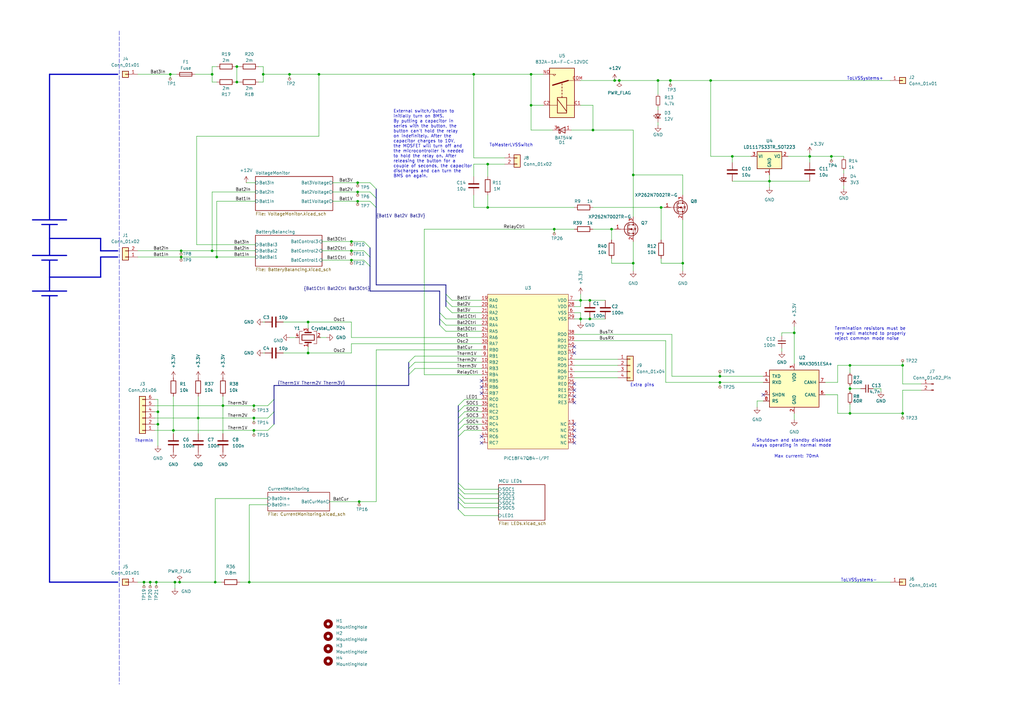
<source format=kicad_sch>
(kicad_sch (version 20230121) (generator eeschema)
  (paper "A3")
  (junction (at 295.275 156.845))
  (junction (at 104.14 176.53))
  (junction (at 325.755 136.525))
  (junction (at 146.685 82.55))
  (junction (at 144.145 102.87))
  (junction (at 88.9 105.41))
  (junction (at 144.145 99.06))
  (junction (at 126.365 132.08))
  (junction (at 91.44 166.37))
  (junction (at 348.615 169.545))
  (junction (at 274.955 33.02))
  (junction (at 254 33.02))
  (junction (at 146.685 74.93))
  (junction (at 241.935 123.19))
  (junction (at 71.12 176.53))
  (junction (at 104.14 171.45))
  (junction (at 370.205 149.86))
  (junction (at 269.875 33.02))
  (junction (at 250.825 93.98))
  (junction (at 97.155 27.305))
  (junction (at 74.295 102.87))
  (junction (at 315.595 74.295))
  (junction (at 300.355 64.135))
  (junction (at 241.935 130.81))
  (junction (at 97.155 33.655))
  (junction (at 81.28 171.45))
  (junction (at 59.055 238.76))
  (junction (at 146.685 78.74))
  (junction (at 147.32 205.74))
  (junction (at 259.715 107.95))
  (junction (at 64.135 238.76))
  (junction (at 259.715 71.755))
  (junction (at 107.95 30.48))
  (junction (at 71.755 238.76))
  (junction (at 144.145 106.68))
  (junction (at 217.805 43.18))
  (junction (at 332.105 64.135))
  (junction (at 271.145 85.09))
  (junction (at 370.205 169.545))
  (junction (at 69.85 30.48))
  (junction (at 348.615 149.86))
  (junction (at 238.125 130.81))
  (junction (at 291.465 33.02))
  (junction (at 118.745 30.48))
  (junction (at 238.125 123.19))
  (junction (at 200.025 67.31))
  (junction (at 348.615 159.385))
  (junction (at 130.81 30.48))
  (junction (at 102.235 238.76))
  (junction (at 252.095 33.02))
  (junction (at 340.995 64.135))
  (junction (at 74.295 105.41))
  (junction (at 86.995 30.48))
  (junction (at 104.14 166.37))
  (junction (at 86.995 102.87))
  (junction (at 217.805 30.48))
  (junction (at 61.595 238.76))
  (junction (at 227.33 93.98))
  (junction (at 64.77 173.99))
  (junction (at 280.035 107.95))
  (junction (at 88.265 238.76))
  (junction (at 64.77 168.91))
  (junction (at 200.025 85.09))
  (junction (at 243.205 53.34))
  (junction (at 194.31 30.48))
  (junction (at 73.66 238.76))
  (junction (at 126.365 144.78))
  (junction (at 295.275 154.305))
  (no_connect (at 235.585 162.56))
  (no_connect (at 197.485 158.75))
  (no_connect (at 235.585 165.1))
  (no_connect (at 197.485 181.61))
  (no_connect (at 197.485 179.07))
  (no_connect (at 235.585 142.24))
  (no_connect (at 235.585 179.07))
  (no_connect (at 235.585 181.61))
  (no_connect (at 197.485 156.21))
  (no_connect (at 235.585 176.53))
  (no_connect (at 235.585 157.48))
  (no_connect (at 235.585 173.99))
  (no_connect (at 313.055 161.925))
  (no_connect (at 197.485 161.29))
  (no_connect (at 235.585 144.78))
  (no_connect (at 235.585 160.02))
  (bus_entry (at 187.96 176.53) (size 2.54 -2.54))
  (bus_entry (at 180.34 133.35) (size 2.54 2.54))
  (bus_entry (at 151.765 78.74) (size 2.54 2.54))
  (bus_entry (at 187.96 179.07) (size 2.54 -2.54))
  (bus_entry (at 187.96 168.91) (size 2.54 -2.54))
  (bus_entry (at 182.88 120.65) (size 2.54 2.54))
  (bus_entry (at 187.96 198.12) (size 2.54 2.54))
  (bus_entry (at 187.96 203.835) (size 2.54 2.54))
  (bus_entry (at 149.225 106.68) (size 2.54 2.54))
  (bus_entry (at 149.225 99.06) (size 2.54 2.54))
  (bus_entry (at 151.765 82.55) (size 2.54 2.54))
  (bus_entry (at 109.855 176.53) (size 2.54 -2.54))
  (bus_entry (at 187.96 173.99) (size 2.54 -2.54))
  (bus_entry (at 180.34 128.27) (size 2.54 2.54))
  (bus_entry (at 187.96 208.915) (size 2.54 2.54))
  (bus_entry (at 180.34 130.81) (size 2.54 2.54))
  (bus_entry (at 149.225 102.87) (size 2.54 2.54))
  (bus_entry (at 109.855 166.37) (size 2.54 -2.54))
  (bus_entry (at 167.64 153.67) (size 2.54 -2.54))
  (bus_entry (at 187.96 205.74) (size 2.54 2.54))
  (bus_entry (at 187.96 201.93) (size 2.54 2.54))
  (bus_entry (at 167.64 151.13) (size 2.54 -2.54))
  (bus_entry (at 187.96 200.025) (size 2.54 2.54))
  (bus_entry (at 151.765 74.93) (size 2.54 2.54))
  (bus_entry (at 187.96 166.37) (size 2.54 -2.54))
  (bus_entry (at 167.64 148.59) (size 2.54 -2.54))
  (bus_entry (at 185.42 128.27) (size -2.54 -2.54))
  (bus_entry (at 187.96 171.45) (size 2.54 -2.54))
  (bus_entry (at 109.855 171.45) (size 2.54 -2.54))
  (bus_entry (at 185.42 125.73) (size -2.54 -2.54))
  (wire (pts (xy 91.44 166.37) (xy 104.14 166.37)))
  (wire (pts (xy 252.095 33.02) (xy 254 33.02)))
  (wire (pts (xy 238.125 120.65) (xy 238.125 123.19)))
  (wire (pts (xy 310.515 164.465) (xy 313.055 164.465)))
  (polyline (pts (xy 20.32 121.285) (xy 20.32 238.76)) (stroke (width 0.5)))
  (wire (pts (xy 109.855 204.47) (xy 88.265 204.47)))
  (wire (pts (xy 98.425 238.76) (xy 102.235 238.76)))
  (wire (pts (xy 132.08 99.06) (xy 144.145 99.06)))
  (wire (pts (xy 144.145 102.87) (xy 149.225 102.87)))
  (wire (pts (xy 104.14 171.45) (xy 104.14 173.355)))
  (wire (pts (xy 107.95 144.78) (xy 108.585 144.78)))
  (wire (pts (xy 133.985 138.43) (xy 131.445 138.43)))
  (wire (pts (xy 56.515 30.48) (xy 69.85 30.48)))
  (wire (pts (xy 343.535 161.925) (xy 343.535 169.545)))
  (wire (pts (xy 144.145 132.08) (xy 126.365 132.08)))
  (wire (pts (xy 88.265 204.47) (xy 88.265 238.76)))
  (wire (pts (xy 173.99 93.98) (xy 173.99 153.67)))
  (wire (pts (xy 300.355 74.295) (xy 315.595 74.295)))
  (wire (pts (xy 102.235 238.76) (xy 365.125 238.76)))
  (wire (pts (xy 109.855 207.01) (xy 102.235 207.01)))
  (wire (pts (xy 361.315 159.385) (xy 361.315 160.655)))
  (wire (pts (xy 269.875 50.165) (xy 269.875 51.435)))
  (wire (pts (xy 325.755 136.525) (xy 325.755 149.225)))
  (wire (pts (xy 275.59 154.305) (xy 295.275 154.305)))
  (wire (pts (xy 295.275 156.845) (xy 313.055 156.845)))
  (wire (pts (xy 320.675 137.795) (xy 320.675 136.525)))
  (polyline (pts (xy 13.335 104.775) (xy 27.305 104.775)) (stroke (width 0.5)))
  (wire (pts (xy 144.145 106.68) (xy 144.145 107.95)))
  (wire (pts (xy 340.995 64.135) (xy 340.995 66.04)))
  (wire (pts (xy 104.14 176.53) (xy 104.14 178.435)))
  (wire (pts (xy 194.31 30.48) (xy 217.805 30.48)))
  (bus (pts (xy 187.96 200.025) (xy 187.96 201.93)))
  (wire (pts (xy 190.5 166.37) (xy 197.485 166.37)))
  (wire (pts (xy 253.365 152.4) (xy 235.585 152.4)))
  (wire (pts (xy 130.81 30.48) (xy 194.31 30.48)))
  (wire (pts (xy 170.18 148.59) (xy 197.485 148.59)))
  (wire (pts (xy 235.585 139.7) (xy 273.05 139.7)))
  (wire (pts (xy 63.5 166.37) (xy 91.44 166.37)))
  (wire (pts (xy 81.28 162.56) (xy 81.28 171.45)))
  (wire (pts (xy 194.31 64.77) (xy 194.31 30.48)))
  (bus (pts (xy 180.34 119.38) (xy 180.34 128.27)))
  (wire (pts (xy 132.08 106.68) (xy 144.145 106.68)))
  (polyline (pts (xy 17.145 92.075) (xy 23.495 92.075)) (stroke (width 0.5)))
  (wire (pts (xy 241.935 123.19) (xy 248.285 123.19)))
  (bus (pts (xy 151.765 119.38) (xy 151.765 109.22)))
  (wire (pts (xy 64.77 173.99) (xy 64.77 182.88)))
  (wire (pts (xy 144.145 144.78) (xy 126.365 144.78)))
  (wire (pts (xy 190.5 202.565) (xy 204.47 202.565)))
  (wire (pts (xy 80.645 100.33) (xy 104.775 100.33)))
  (wire (pts (xy 144.145 138.43) (xy 197.485 138.43)))
  (wire (pts (xy 271.145 85.09) (xy 272.415 85.09)))
  (bus (pts (xy 182.88 116.84) (xy 182.88 120.65)))
  (wire (pts (xy 238.125 123.19) (xy 241.935 123.19)))
  (wire (pts (xy 97.155 27.305) (xy 97.155 33.655)))
  (wire (pts (xy 64.135 238.76) (xy 64.135 240.665)))
  (wire (pts (xy 200.025 80.01) (xy 200.025 85.09)))
  (wire (pts (xy 348.615 153.035) (xy 348.615 149.86)))
  (bus (pts (xy 167.64 148.59) (xy 167.64 151.13)))
  (wire (pts (xy 182.88 130.81) (xy 197.485 130.81)))
  (wire (pts (xy 64.77 168.91) (xy 64.77 173.99)))
  (bus (pts (xy 187.96 173.99) (xy 187.96 176.53)))
  (wire (pts (xy 271.145 85.09) (xy 271.145 98.425)))
  (wire (pts (xy 253.365 149.86) (xy 235.585 149.86)))
  (polyline (pts (xy 20.32 113.665) (xy 41.275 113.665)) (stroke (width 0.5)))
  (wire (pts (xy 259.715 53.34) (xy 243.205 53.34)))
  (wire (pts (xy 332.105 64.135) (xy 332.105 66.675)))
  (wire (pts (xy 310.515 167.005) (xy 310.515 164.465)))
  (wire (pts (xy 207.01 64.77) (xy 194.31 64.77)))
  (wire (pts (xy 340.995 64.135) (xy 346.075 64.135)))
  (bus (pts (xy 154.305 77.47) (xy 154.305 81.28)))
  (wire (pts (xy 97.155 33.655) (xy 98.425 33.655)))
  (wire (pts (xy 227.33 93.98) (xy 235.585 93.98)))
  (bus (pts (xy 167.64 153.67) (xy 167.64 158.115)))
  (wire (pts (xy 63.5 171.45) (xy 81.28 171.45)))
  (wire (pts (xy 71.755 241.3) (xy 71.755 238.76)))
  (wire (pts (xy 273.05 139.7) (xy 273.05 156.845)))
  (wire (pts (xy 173.99 153.67) (xy 197.485 153.67)))
  (polyline (pts (xy 48.895 12.7) (xy 48.895 280.67)) (stroke (width 0) (type dash)))
  (wire (pts (xy 74.295 102.87) (xy 74.295 104.14)))
  (wire (pts (xy 269.875 33.02) (xy 274.955 33.02)))
  (wire (pts (xy 190.5 208.28) (xy 204.47 208.28)))
  (wire (pts (xy 200.025 67.31) (xy 194.31 67.31)))
  (wire (pts (xy 190.5 168.91) (xy 197.485 168.91)))
  (wire (pts (xy 346.075 69.85) (xy 346.075 71.12)))
  (bus (pts (xy 187.96 203.835) (xy 187.96 205.74)))
  (wire (pts (xy 238.125 43.18) (xy 243.205 43.18)))
  (wire (pts (xy 88.265 238.76) (xy 90.805 238.76)))
  (wire (pts (xy 217.805 43.18) (xy 222.885 43.18)))
  (wire (pts (xy 182.88 133.35) (xy 197.485 133.35)))
  (wire (pts (xy 253.365 154.94) (xy 235.585 154.94)))
  (wire (pts (xy 88.9 105.41) (xy 104.775 105.41)))
  (wire (pts (xy 250.825 106.045) (xy 250.825 107.95)))
  (wire (pts (xy 320.675 136.525) (xy 325.755 136.525)))
  (wire (pts (xy 86.995 27.305) (xy 86.995 30.48)))
  (wire (pts (xy 185.42 128.27) (xy 197.485 128.27)))
  (wire (pts (xy 348.615 149.86) (xy 370.205 149.86)))
  (polyline (pts (xy 41.275 113.665) (xy 41.275 105.41)) (stroke (width 0.5)))
  (wire (pts (xy 86.995 102.87) (xy 104.775 102.87)))
  (wire (pts (xy 73.66 238.76) (xy 88.265 238.76)))
  (wire (pts (xy 136.525 82.55) (xy 146.685 82.55)))
  (wire (pts (xy 96.52 27.305) (xy 97.155 27.305)))
  (wire (pts (xy 146.685 82.55) (xy 151.765 82.55)))
  (wire (pts (xy 102.235 207.01) (xy 102.235 238.76)))
  (wire (pts (xy 74.295 102.87) (xy 86.995 102.87)))
  (bus (pts (xy 167.64 158.115) (xy 112.395 158.115)))
  (wire (pts (xy 238.125 130.81) (xy 238.125 132.08)))
  (bus (pts (xy 187.96 166.37) (xy 187.96 168.91)))
  (wire (pts (xy 370.205 147.955) (xy 370.205 149.86)))
  (wire (pts (xy 173.99 93.98) (xy 227.33 93.98)))
  (wire (pts (xy 185.42 125.73) (xy 197.485 125.73)))
  (wire (pts (xy 370.205 157.48) (xy 377.825 157.48)))
  (wire (pts (xy 194.31 80.01) (xy 194.31 85.09)))
  (wire (pts (xy 86.995 78.74) (xy 86.995 102.87)))
  (wire (pts (xy 59.055 238.76) (xy 59.055 240.665)))
  (wire (pts (xy 71.12 162.56) (xy 71.12 176.53)))
  (wire (pts (xy 146.685 78.74) (xy 146.685 80.01)))
  (bus (pts (xy 182.88 123.19) (xy 182.88 125.73)))
  (wire (pts (xy 323.215 64.135) (xy 332.105 64.135)))
  (wire (pts (xy 100.965 74.93) (xy 104.775 74.93)))
  (wire (pts (xy 273.05 156.845) (xy 295.275 156.845)))
  (bus (pts (xy 187.96 205.74) (xy 187.96 208.915)))
  (wire (pts (xy 96.52 33.655) (xy 97.155 33.655)))
  (polyline (pts (xy 13.335 90.17) (xy 27.305 90.17)) (stroke (width 0.5)))
  (wire (pts (xy 325.755 133.985) (xy 325.755 136.525)))
  (wire (pts (xy 190.5 176.53) (xy 197.485 176.53)))
  (wire (pts (xy 106.045 33.655) (xy 107.95 33.655)))
  (wire (pts (xy 238.125 123.19) (xy 235.585 123.19)))
  (wire (pts (xy 235.585 128.27) (xy 238.125 128.27)))
  (wire (pts (xy 280.035 90.17) (xy 280.035 107.95)))
  (wire (pts (xy 307.975 64.135) (xy 300.355 64.135)))
  (wire (pts (xy 358.14 159.385) (xy 361.315 159.385)))
  (wire (pts (xy 144.145 102.87) (xy 144.145 104.14)))
  (bus (pts (xy 187.96 179.07) (xy 187.96 198.12)))
  (polyline (pts (xy 13.335 119.38) (xy 27.305 119.38)) (stroke (width 0.5)))
  (wire (pts (xy 144.145 106.68) (xy 149.225 106.68)))
  (wire (pts (xy 63.5 176.53) (xy 71.12 176.53)))
  (wire (pts (xy 64.77 163.83) (xy 64.77 168.91)))
  (wire (pts (xy 80.645 55.88) (xy 130.81 55.88)))
  (wire (pts (xy 227.33 93.98) (xy 227.33 95.885)))
  (wire (pts (xy 259.715 71.755) (xy 259.715 88.9)))
  (wire (pts (xy 126.365 132.08) (xy 116.205 132.08)))
  (polyline (pts (xy 20.32 97.79) (xy 41.275 97.79)) (stroke (width 0.5)))
  (bus (pts (xy 180.34 128.27) (xy 180.34 130.81)))
  (wire (pts (xy 315.595 71.755) (xy 315.595 74.295)))
  (wire (pts (xy 370.205 160.02) (xy 377.825 160.02)))
  (wire (pts (xy 291.465 33.02) (xy 291.465 64.135)))
  (wire (pts (xy 147.32 205.74) (xy 154.305 205.74)))
  (wire (pts (xy 370.205 169.545) (xy 370.205 160.02)))
  (wire (pts (xy 235.585 125.73) (xy 238.125 125.73)))
  (wire (pts (xy 190.5 171.45) (xy 197.485 171.45)))
  (bus (pts (xy 180.34 130.81) (xy 180.34 133.35)))
  (wire (pts (xy 343.535 156.845) (xy 343.535 149.86)))
  (wire (pts (xy 135.255 205.74) (xy 147.32 205.74)))
  (wire (pts (xy 88.9 33.655) (xy 86.995 33.655)))
  (wire (pts (xy 126.365 142.24) (xy 126.365 144.78)))
  (wire (pts (xy 91.44 166.37) (xy 91.44 177.8)))
  (wire (pts (xy 107.95 33.655) (xy 107.95 30.48)))
  (wire (pts (xy 291.465 33.02) (xy 365.125 33.02)))
  (wire (pts (xy 71.12 176.53) (xy 71.12 177.8)))
  (wire (pts (xy 69.85 30.48) (xy 72.39 30.48)))
  (polyline (pts (xy 20.32 92.075) (xy 20.32 104.775)) (stroke (width 0.5)))
  (wire (pts (xy 56.515 238.76) (xy 59.055 238.76)))
  (wire (pts (xy 154.305 143.51) (xy 197.485 143.51)))
  (wire (pts (xy 370.205 149.86) (xy 370.205 157.48)))
  (wire (pts (xy 200.025 85.09) (xy 235.585 85.09)))
  (wire (pts (xy 253.365 147.32) (xy 235.585 147.32)))
  (wire (pts (xy 107.95 132.08) (xy 108.585 132.08)))
  (wire (pts (xy 104.14 166.37) (xy 109.855 166.37)))
  (wire (pts (xy 132.08 102.87) (xy 144.145 102.87)))
  (wire (pts (xy 71.755 238.76) (xy 73.66 238.76)))
  (polyline (pts (xy 41.275 102.87) (xy 48.26 102.87)) (stroke (width 0.5)))
  (polyline (pts (xy 17.145 121.285) (xy 23.495 121.285)) (stroke (width 0.5)))
  (wire (pts (xy 74.295 105.41) (xy 88.9 105.41)))
  (bus (pts (xy 187.96 198.12) (xy 187.96 200.025)))
  (wire (pts (xy 126.365 144.78) (xy 116.205 144.78)))
  (wire (pts (xy 241.935 130.81) (xy 248.285 130.81)))
  (wire (pts (xy 61.595 238.76) (xy 61.595 240.665)))
  (polyline (pts (xy 20.32 106.68) (xy 20.32 113.665)) (stroke (width 0.5)))
  (wire (pts (xy 295.275 152.4) (xy 295.275 154.305)))
  (wire (pts (xy 104.14 176.53) (xy 109.855 176.53)))
  (wire (pts (xy 200.025 72.39) (xy 200.025 67.31)))
  (wire (pts (xy 71.12 176.53) (xy 104.14 176.53)))
  (wire (pts (xy 295.275 156.845) (xy 295.275 158.75)))
  (wire (pts (xy 144.145 140.97) (xy 197.485 140.97)))
  (wire (pts (xy 343.535 169.545) (xy 348.615 169.545)))
  (wire (pts (xy 136.525 78.74) (xy 146.685 78.74)))
  (wire (pts (xy 107.95 27.305) (xy 106.045 27.305)))
  (wire (pts (xy 235.585 137.16) (xy 275.59 137.16)))
  (wire (pts (xy 88.9 27.305) (xy 86.995 27.305)))
  (wire (pts (xy 254 33.02) (xy 269.875 33.02)))
  (wire (pts (xy 259.715 53.34) (xy 259.715 71.755)))
  (wire (pts (xy 190.5 173.99) (xy 197.485 173.99)))
  (wire (pts (xy 182.88 135.89) (xy 197.485 135.89)))
  (wire (pts (xy 104.14 166.37) (xy 104.14 168.275)))
  (wire (pts (xy 259.715 107.95) (xy 259.715 111.125)))
  (wire (pts (xy 130.81 55.88) (xy 130.81 30.48)))
  (wire (pts (xy 348.615 159.385) (xy 348.615 160.655)))
  (bus (pts (xy 151.765 101.6) (xy 151.765 105.41)))
  (wire (pts (xy 274.955 33.02) (xy 274.955 34.925)))
  (bus (pts (xy 187.96 168.91) (xy 187.96 171.45)))
  (wire (pts (xy 300.355 64.135) (xy 300.355 66.675)))
  (wire (pts (xy 280.035 107.95) (xy 280.035 111.125)))
  (wire (pts (xy 146.685 78.74) (xy 151.765 78.74)))
  (wire (pts (xy 348.615 169.545) (xy 370.205 169.545)))
  (bus (pts (xy 154.305 81.28) (xy 154.305 85.09)))
  (wire (pts (xy 147.32 205.74) (xy 147.32 207.01)))
  (wire (pts (xy 144.145 138.43) (xy 144.145 132.08)))
  (wire (pts (xy 64.135 238.76) (xy 71.755 238.76)))
  (polyline (pts (xy 20.32 30.48) (xy 48.26 30.48)) (stroke (width 0.5)))
  (wire (pts (xy 74.295 105.41) (xy 74.295 106.68)))
  (bus (pts (xy 154.305 85.09) (xy 154.305 116.84)))
  (wire (pts (xy 154.305 143.51) (xy 154.305 205.74)))
  (polyline (pts (xy 20.32 90.17) (xy 20.32 30.48)) (stroke (width 0.5)))
  (wire (pts (xy 346.075 64.135) (xy 346.075 64.77)))
  (wire (pts (xy 63.5 163.83) (xy 64.77 163.83)))
  (polyline (pts (xy 41.275 105.41) (xy 48.26 105.41)) (stroke (width 0.5)))
  (wire (pts (xy 346.075 76.2) (xy 346.075 77.47)))
  (bus (pts (xy 112.395 158.115) (xy 112.395 163.83)))
  (wire (pts (xy 118.745 30.48) (xy 118.745 32.385)))
  (wire (pts (xy 238.125 128.27) (xy 238.125 130.81)))
  (wire (pts (xy 243.205 85.09) (xy 271.145 85.09)))
  (wire (pts (xy 243.205 93.98) (xy 250.825 93.98)))
  (wire (pts (xy 238.125 33.02) (xy 252.095 33.02)))
  (wire (pts (xy 146.685 74.93) (xy 146.685 76.2)))
  (wire (pts (xy 56.515 105.41) (xy 74.295 105.41)))
  (wire (pts (xy 280.035 71.755) (xy 280.035 80.01)))
  (wire (pts (xy 332.105 62.865) (xy 332.105 64.135)))
  (wire (pts (xy 107.95 30.48) (xy 107.95 27.305)))
  (wire (pts (xy 63.5 173.99) (xy 64.77 173.99)))
  (polyline (pts (xy 17.145 106.68) (xy 23.495 106.68)) (stroke (width 0.5)))
  (wire (pts (xy 144.145 99.06) (xy 149.225 99.06)))
  (bus (pts (xy 112.395 163.83) (xy 112.395 168.91)))
  (wire (pts (xy 144.145 99.06) (xy 144.145 100.33)))
  (wire (pts (xy 259.715 99.06) (xy 259.715 107.95)))
  (wire (pts (xy 325.755 169.545) (xy 325.755 172.085)))
  (wire (pts (xy 190.5 206.375) (xy 204.47 206.375)))
  (wire (pts (xy 217.805 30.48) (xy 217.805 43.18)))
  (wire (pts (xy 338.455 156.845) (xy 343.535 156.845)))
  (wire (pts (xy 234.315 53.34) (xy 243.205 53.34)))
  (wire (pts (xy 69.85 32.385) (xy 69.85 30.48)))
  (wire (pts (xy 320.675 142.875) (xy 320.675 144.145)))
  (wire (pts (xy 91.44 162.56) (xy 91.44 166.37)))
  (wire (pts (xy 348.615 165.735) (xy 348.615 169.545)))
  (wire (pts (xy 217.805 30.48) (xy 222.885 30.48)))
  (wire (pts (xy 250.825 98.425) (xy 250.825 93.98)))
  (wire (pts (xy 250.825 107.95) (xy 259.715 107.95)))
  (wire (pts (xy 104.14 171.45) (xy 109.855 171.45)))
  (wire (pts (xy 291.465 64.135) (xy 300.355 64.135)))
  (wire (pts (xy 97.155 27.305) (xy 98.425 27.305)))
  (wire (pts (xy 200.025 67.31) (xy 207.01 67.31)))
  (wire (pts (xy 146.685 74.93) (xy 151.765 74.93)))
  (bus (pts (xy 187.96 201.93) (xy 187.96 203.835)))
  (bus (pts (xy 187.96 176.53) (xy 187.96 179.07)))
  (wire (pts (xy 243.205 53.34) (xy 243.205 43.18)))
  (wire (pts (xy 126.365 134.62) (xy 126.365 132.08)))
  (wire (pts (xy 144.145 140.97) (xy 144.145 144.78)))
  (wire (pts (xy 63.5 168.91) (xy 64.77 168.91)))
  (polyline (pts (xy 41.275 97.79) (xy 41.275 102.87)) (stroke (width 0.5)))
  (wire (pts (xy 235.585 130.81) (xy 238.125 130.81)))
  (wire (pts (xy 343.535 149.86) (xy 348.615 149.86)))
  (wire (pts (xy 190.5 200.66) (xy 204.47 200.66)))
  (polyline (pts (xy 20.32 119.38) (xy 20.32 113.665)) (stroke (width 0.5)))
  (wire (pts (xy 185.42 123.19) (xy 197.485 123.19)))
  (wire (pts (xy 275.59 137.16) (xy 275.59 154.305)))
  (wire (pts (xy 190.5 211.455) (xy 204.47 211.455)))
  (wire (pts (xy 190.5 204.47) (xy 204.47 204.47)))
  (wire (pts (xy 146.685 82.55) (xy 146.685 83.82)))
  (wire (pts (xy 59.055 238.76) (xy 61.595 238.76)))
  (wire (pts (xy 88.9 82.55) (xy 104.775 82.55)))
  (bus (pts (xy 182.88 120.65) (xy 182.88 123.19)))
  (wire (pts (xy 269.875 33.02) (xy 269.875 38.735)))
  (bus (pts (xy 187.96 171.45) (xy 187.96 173.99)))
  (wire (pts (xy 269.875 43.815) (xy 269.875 45.085)))
  (wire (pts (xy 86.995 78.74) (xy 104.775 78.74)))
  (wire (pts (xy 271.145 107.95) (xy 280.035 107.95)))
  (polyline (pts (xy 20.32 238.76) (xy 48.26 238.76)) (stroke (width 0.5)))
  (wire (pts (xy 238.125 130.81) (xy 241.935 130.81)))
  (wire (pts (xy 271.145 106.045) (xy 271.145 107.95)))
  (wire (pts (xy 194.31 67.31) (xy 194.31 72.39)))
  (wire (pts (xy 338.455 161.925) (xy 343.535 161.925)))
  (wire (pts (xy 86.995 33.655) (xy 86.995 30.48)))
  (wire (pts (xy 61.595 238.76) (xy 64.135 238.76)))
  (bus (pts (xy 167.64 151.13) (xy 167.64 153.67)))
  (wire (pts (xy 80.01 30.48) (xy 86.995 30.48)))
  (wire (pts (xy 332.105 64.135) (xy 340.995 64.135)))
  (wire (pts (xy 80.645 100.33) (xy 80.645 55.88)))
  (wire (pts (xy 259.715 71.755) (xy 280.035 71.755)))
  (wire (pts (xy 81.28 171.45) (xy 104.14 171.45)))
  (wire (pts (xy 274.955 33.02) (xy 291.465 33.02)))
  (wire (pts (xy 170.18 151.13) (xy 197.485 151.13)))
  (wire (pts (xy 107.95 30.48) (xy 118.745 30.48)))
  (bus (pts (xy 151.765 105.41) (xy 151.765 109.22)))
  (bus (pts (xy 112.395 168.91) (xy 112.395 173.99)))
  (bus (pts (xy 151.765 119.38) (xy 180.34 119.38)))
  (wire (pts (xy 190.5 163.83) (xy 197.485 163.83)))
  (bus (pts (xy 154.305 116.84) (xy 182.88 116.84)))
  (wire (pts (xy 295.275 154.305) (xy 313.055 154.305)))
  (wire (pts (xy 118.745 30.48) (xy 130.81 30.48)))
  (wire (pts (xy 170.18 146.05) (xy 197.485 146.05)))
  (wire (pts (xy 250.825 93.98) (xy 252.095 93.98)))
  (wire (pts (xy 348.615 159.385) (xy 353.06 159.385)))
  (wire (pts (xy 315.595 74.295) (xy 332.105 74.295)))
  (wire (pts (xy 238.125 125.73) (xy 238.125 123.19)))
  (wire (pts (xy 136.525 74.93) (xy 146.685 74.93)))
  (wire (pts (xy 200.025 85.09) (xy 194.31 85.09)))
  (wire (pts (xy 56.515 102.87) (xy 74.295 102.87)))
  (wire (pts (xy 217.805 43.18) (xy 217.805 53.34)))
  (wire (pts (xy 315.595 74.295) (xy 315.595 76.835)))
  (wire (pts (xy 226.695 53.34) (xy 217.805 53.34)))
  (wire (pts (xy 81.28 171.45) (xy 81.28 177.8)))
  (wire (pts (xy 88.9 82.55) (xy 88.9 105.41)))
  (wire (pts (xy 121.285 138.43) (xy 118.745 138.43)))
  (wire (pts (xy 370.205 169.545) (xy 370.205 171.45)))
  (wire (pts (xy 348.615 158.115) (xy 348.615 159.385)))
  (text "Termination resistors must be \nvery well matched to properly \nreject common mode noise" (at 342.265 139.7 0) (effects (font (size 1.27 1.27)) (justify left bottom)))
  (text "Extra pins" (at 258.445 158.75 0) (effects (font (size 1.27 1.27)) (justify left bottom)))
  (text "ToLVSSystems-" (at 344.805 238.76 0) (effects (font (size 1.27 1.27)) (justify left bottom)))
  (text "ToMasterLVSSwitch" (at 200.66 60.325 0) (effects (font (size 1.27 1.27)) (justify left bottom)))
  (text "ToLVSSystems+" (at 347.345 33.02 0) (effects (font (size 1.27 1.27)) (justify left bottom)))
  (text "ThermIn\n" (at 55.245 181.61 0) (effects (font (size 1.27 1.27)) (justify left bottom)))
  (text "External switch/button to\ninitially turn on BMS.\nBy putting a capacitor in\nseries with the button, the \nbutton can't hold the relay\non indefinitely. After the\ncapacitor charges to 10V,\nthe MOSFET will turn off and\nthe microcontroller is needed\nto hold the relay on. After\nreleasing the button for a\ncouple of seconds, the capacitor\ndischarges and can turn the\nBMS on again." (at 161.29 73.025 0) (effects (font (size 1.27 1.27)) (justify left bottom)))
  (text "Max current: 70mA" (at 317.5 187.96 0) (effects (font (size 1.27 1.27)) (justify left bottom)))
  (text "Shutdown and standby disabled\nAlways operating in normal mode" (at 340.995 183.515 0) (effects (font (size 1.27 1.27)) (justify right bottom)))
  (label "Bat3In" (at 61.595 30.48 0))
  (label "Bat1Ctrl" (at 133.985 106.68 0))
  (label "Osc1" (at 141.605 132.08 180))
  (label "BusRX" (at 245.745 139.7 0))
  (label "SOC3" (at 191.135 171.45 0))
  (label "Therm1V" (at 93.345 176.53 0))
  (label "{Bat1V Bat2V Bat3V}" (at 154.305 89.535 0))
  (label "Therm1V" (at 187.325 146.05 0))
  (label "Bat1V" (at 187.325 123.19 0))
  (label "SOC1" (at 191.135 166.37 0))
  (label "Therm3V" (at 93.345 166.37 0))
  (label "BatCur" (at 187.325 143.51 0))
  (label "SOC2" (at 191.135 168.91 0))
  (label "Therm2V" (at 187.325 148.59 0))
  (label "Therm2V" (at 93.345 171.45 0))
  (label "BatCur" (at 136.525 205.74 0))
  (label "Bat3Ctrl" (at 187.325 135.89 0))
  (label "Bat2V" (at 187.325 125.73 0))
  (label "{Bat1Ctrl Bat2Ctrl Bat3Ctrl}" (at 151.765 119.38 180))
  (label "Bat2In" (at 102.235 102.87 180))
  (label "Osc2" (at 141.605 144.78 180))
  (label "{Therm1V Therm2V Therm3V}" (at 141.605 158.115 180))
  (label "Bat3In" (at 102.235 100.33 180))
  (label "Bat2In" (at 62.865 102.87 0))
  (label "Bat2Ctrl" (at 187.325 133.35 0))
  (label "Bat3Ctrl" (at 133.985 99.06 0))
  (label "Bat1In" (at 102.87 82.55 180))
  (label "SOC5" (at 191.135 176.53 0))
  (label "SOC4" (at 191.135 173.99 0))
  (label "Bat1In" (at 102.235 105.41 180))
  (label "Bat2In" (at 102.87 78.74 180))
  (label "Bat1In" (at 62.865 105.41 0))
  (label "RelayCtrl" (at 215.265 93.98 180))
  (label "Therm3V" (at 187.325 151.13 0))
  (label "Bat1Ctrl" (at 187.325 130.81 0))
  (label "Bat2Ctrl" (at 133.985 102.87 0))
  (label "Osc1" (at 187.325 138.43 0))
  (label "Bat3V" (at 139.065 74.93 0))
  (label "RelayCtrl" (at 187.325 153.67 0))
  (label "LED1" (at 191.135 163.83 0))
  (label "Bat3V" (at 187.325 128.27 0))
  (label "BusTX" (at 245.745 137.16 0))
  (label "Bat1V" (at 139.065 82.55 0))
  (label "Bat2V" (at 139.065 78.74 0))
  (label "Osc2" (at 187.325 140.97 0))
  (symbol (lib_id "power:+3.3V") (at 91.44 154.94 0) (unit 1)
    (property "Reference" "#PWR036" (effects hide))
    (property "Value" "+3.3V" (at 91.44 151.13 90) (effects (justify left)))
  )
  (symbol (lib_id "Connector:TestPoint_Small") (at 146.685 80.01 0) (unit 1)
    (property "Reference" "TP6" (at 147.955 80.645 0) (effects (justify left)))
    (property "Value" "TestPoint_Small" (effects hide))
  )
  (symbol (lib_id "Connector:TestPoint_Small") (at 340.995 66.04 0) (unit 1)
    (property "Reference" "TP4" (at 339.725 67.945 0) (effects (justify left)))
    (property "Value" "TestPoint_Small" (effects hide))
  )
  (symbol (lib_id "Connector_Generic:Conn_01x01") (at 370.205 33.02 0) (unit 1)
    (property "Reference" "J2" (at 372.745 31.75 0) (effects (justify left)))
    (property "Value" "Conn_01x01" (at 372.745 34.29 0) (effects (justify left)))
  )
  (symbol (lib_id "power:+3.3V") (at 71.12 154.94 0) (unit 1)
    (property "Reference" "#PWR034" (effects hide))
    (property "Value" "+3.3V" (at 71.12 151.13 90) (effects (justify left)))
  )
  (symbol (lib_id "Device:C") (at 112.395 144.78 90) (mirror x) (unit 1)
    (property "Reference" "C4" (at 109.22 142.875 90))
    (property "Value" "10p" (at 116.205 142.875 90))
    (property "Footprint" "Capacitor_SMD:C_0805_2012Metric_Pad1.18x1.45mm_HandSolder" (effects hide))
  )
  (symbol (lib_id "power:GND") (at 238.125 132.08 0) (unit 1)
    (property "Reference" "#PWR08" (effects hide))
    (property "Value" "GND" (at 241.935 133.35 0))
  )
  (symbol (lib_id "Device:Q_NMOS_GSD") (at 277.495 85.09 0) (unit 1)
    (property "Reference" "Q8" (at 283.21 82.55 0) (effects (justify left)))
    (property "Value" "XP262N7002TR-G" (at 260.35 80.01 0) (effects (justify left)))
    (property "Footprint" "Package_TO_SOT_SMD:SOT-23" (effects hide))
    (property "Order Code" "865-XP262N7002TR-G" (effects hide))
    (property "Supplier" "Mouser" (effects hide))
  )
  (symbol (lib_id "Device:R") (at 71.12 158.75 0) (unit 1)
    (property "Reference" "R1" (at 73.66 157.48 0) (effects (justify left)))
    (property "Value" "10k" (at 73.66 160.02 0) (effects (justify left)))
    (property "Footprint" "Resistor_SMD:R_0805_2012Metric_Pad1.20x1.40mm_HandSolder" (effects hide))
  )
  (symbol (lib_id "Device:C_Small") (at 355.6 159.385 90) (unit 1)
    (property "Reference" "C13" (at 359.41 158.115 90))
    (property "Value" "4.7n" (at 358.775 160.655 90))
    (property "Footprint" "Capacitor_SMD:C_0805_2012Metric_Pad1.18x1.45mm_HandSolder" (effects hide))
    (property "Datasheet" "https://www.mouser.co.uk/datasheet/2/212/1/KEM_C1076_X7R_HV_AUTO_SMD-1093301.pdf" (effects hide))
    (property "Optional" "True" (effects hide))
    (property "Order Code" "80-C0805C472KBRAUTO" (effects hide))
    (property "Supplier" "Mouser" (effects hide))
  )
  (symbol (lib_id "power:GND") (at 315.595 76.835 0) (unit 1)
    (property "Reference" "#PWR05" (effects hide))
    (property "Value" "GND" (at 315.595 81.915 0))
  )
  (symbol (lib_id "Mechanical:MountingHole") (at 134.62 266.065 0) (unit 1)
    (property "Reference" "H3" (at 137.795 264.795 0) (effects (justify left)))
    (property "Value" "MountingHole" (at 137.795 267.335 0) (effects (justify left)))
  )
  (symbol (lib_id "Interface_UART:MAX3051") (at 325.755 159.385 0) (unit 1)
    (property "Reference" "U2" (at 327.66 146.685 0) (effects (justify left)))
    (property "Value" "MAX3051ESA+" (at 327.66 149.225 0) (effects (justify left)))
    (property "Footprint" "Package_SO:SOIC-8_3.9x4.9mm_P1.27mm" (effects hide))
    (property "Datasheet" "http://datasheets.maximintegrated.com/en/ds/MAX3051.pdf" (effects hide))
    (property "Supplier" "Mouser" (effects hide))
    (property "Order Code" "700-MAX3051ESA" (effects hide))
    (property "Optional" "False" (effects hide))
  )
  (symbol (lib_id "Connector:TestPoint_Small") (at 295.275 158.75 0) (unit 1)
    (property "Reference" "TP25" (at 296.545 158.75 0) (effects (justify left)))
    (property "Value" "TestPoint_Small" (effects hide))
  )
  (symbol (lib_id "power:+3.3V") (at 332.105 62.865 0) (unit 1)
    (property "Reference" "#PWR06" (effects hide))
    (property "Value" "+3.3V" (at 332.105 59.055 0) (effects (justify left)))
  )
  (symbol (lib_id "Device:R_Small") (at 346.075 67.31 0) (unit 1)
    (property "Reference" "R14" (at 347.98 66.0399 0) (effects (justify left)))
    (property "Value" "1k" (at 347.98 68.5799 0) (effects (justify left)))
    (property "Footprint" "Resistor_SMD:R_0805_2012Metric_Pad1.20x1.40mm_HandSolder" (effects hide))
  )
  (symbol (lib_id "Connector:TestPoint_Small") (at 59.055 240.665 0) (unit 1)
    (property "Reference" "TP19" (at 59.055 246.38 90) (effects (justify left)))
    (property "Value" "TestPoint_Small" (effects hide))
  )
  (symbol (lib_id "power:GND") (at 81.28 185.42 0) (unit 1)
    (property "Reference" "#PWR032" (effects hide))
    (property "Value" "GND" (at 81.28 190.5 0))
  )
  (symbol (lib_id "Connector:TestPoint_Small") (at 74.295 106.68 0) (unit 1)
    (property "Reference" "TP9" (at 74.93 106.68 0) (effects (justify left)))
    (property "Value" "TestPoint_Small" (effects hide))
  )
  (symbol (lib_id "Device:R") (at 271.145 102.235 0) (mirror x) (unit 1)
    (property "Reference" "R12" (at 267.335 100.965 0))
    (property "Value" "10k" (at 267.335 103.505 0))
    (property "Footprint" "Resistor_SMD:R_0805_2012Metric_Pad1.20x1.40mm_HandSolder" (effects hide))
  )
  (symbol (lib_id "Regulator_Linear:LD1117S33TR_SOT223") (at 315.595 64.135 0) (unit 1)
    (property "Reference" "U4" (at 315.595 57.785 0))
    (property "Value" "LD1117S33TR_SOT223" (at 315.595 60.325 0))
    (property "Footprint" "Package_TO_SOT_SMD:SOT-223-3_TabPin2" (effects hide))
    (property "Datasheet" "http://www.st.com/st-web-ui/static/active/en/resource/technical/document/datasheet/CD00000544.pdf" (effects hide))
  )
  (symbol (lib_id "power:GND") (at 107.95 144.78 270) (mirror x) (unit 1)
    (property "Reference" "#PWR026" (effects hide))
    (property "Value" "GND" (at 104.14 144.78 90) (effects (justify right)))
  )
  (symbol (lib_id "Connector:TestPoint_Small") (at 370.205 171.45 0) (unit 1)
    (property "Reference" "TP23" (at 371.475 171.45 0) (effects (justify left)))
    (property "Value" "TestPoint_Small" (effects hide))
  )
  (symbol (lib_id "Device:R_Small") (at 269.875 41.275 0) (unit 1)
    (property "Reference" "R13" (at 272.415 40.005 0) (effects (justify left)))
    (property "Value" "4.7k" (at 272.415 42.545 0) (effects (justify left)))
    (property "Footprint" "Resistor_SMD:R_0805_2012Metric_Pad1.20x1.40mm_HandSolder" (effects hide))
  )
  (symbol (lib_id "Device:R") (at 102.235 33.655 90) (mirror x) (unit 1)
    (property "Reference" "R18" (at 102.235 38.735 90))
    (property "Value" "2m" (at 102.235 36.195 90))
  )
  (symbol (lib_id "Connector:TestPoint_Small") (at 146.685 83.82 0) (unit 1)
    (property "Reference" "TP7" (at 147.955 84.455 0) (effects (justify left)))
    (property "Value" "TestPoint_Small" (effects hide))
  )
  (symbol (lib_id "Connector:TestPoint_Small") (at 146.685 76.2 0) (unit 1)
    (property "Reference" "TP5" (at 147.955 76.835 0) (effects (justify left)))
    (property "Value" "TestPoint_Small" (effects hide))
  )
  (symbol (lib_id "Connector:TestPoint_Small") (at 104.14 173.355 0) (unit 1)
    (property "Reference" "TP14" (at 105.41 173.355 0) (effects (justify left)))
    (property "Value" "TestPoint_Small" (effects hide))
  )
  (symbol (lib_id "Connector_Generic:Conn_01x01") (at 51.435 30.48 180) (unit 1)
    (property "Reference" "J4" (at 51.435 24.13 0))
    (property "Value" "Conn_01x01" (at 51.435 26.67 0))
  )
  (symbol (lib_id "power:PWR_FLAG") (at 254 33.02 180) (unit 1)
    (property "Reference" "#FLG01" (effects hide))
    (property "Value" "PWR_FLAG" (at 254 38.1 0))
  )
  (symbol (lib_id "Connector_Generic:Conn_01x06") (at 58.42 171.45 180) (unit 1)
    (property "Reference" "J3" (at 58.42 157.48 0))
    (property "Value" "Conn_01x06" (at 58.42 160.02 0))
  )
  (symbol (lib_id "power:+3.3V") (at 238.125 120.65 0) (unit 1)
    (property "Reference" "#PWR07" (effects hide))
    (property "Value" "+3.3V" (at 238.125 116.84 90) (effects (justify left)))
  )
  (symbol (lib_id "Connector:TestPoint_Small") (at 74.295 104.14 0) (unit 1)
    (property "Reference" "TP8" (at 74.93 104.14 0) (effects (justify left)))
    (property "Value" "TestPoint_Small" (effects hide))
  )
  (symbol (lib_id "power:GND") (at 361.315 160.655 0) (unit 1)
    (property "Reference" "#PWR015" (effects hide))
    (property "Value" "GND" (at 361.315 164.465 0))
  )
  (symbol (lib_id "power:+3.3V") (at 81.28 154.94 0) (unit 1)
    (property "Reference" "#PWR035" (effects hide))
    (property "Value" "+3.3V" (at 81.28 151.13 90) (effects (justify left)))
  )
  (symbol (lib_id "Device:C_Small") (at 320.675 140.335 0) (mirror x) (unit 1)
    (property "Reference" "C12" (at 318.135 139.0585 0) (effects (justify right)))
    (property "Value" "100n" (at 318.135 141.5985 0) (effects (justify right)))
    (property "Footprint" "Capacitor_SMD:C_0805_2012Metric_Pad1.18x1.45mm_HandSolder" (effects hide))
    (property "Datasheet" "https://www.mouser.co.uk/datasheet/2/212/KEM_C1002_X7R_SMD-1102033.pdf" (effects hide))
    (property "Optional" "False" (effects hide))
    (property "Order Code" "80-C0805C104K5RACLR" (effects hide))
    (property "Supplier" "Mouser" (effects hide))
  )
  (symbol (lib_id "Diode:BAT54W") (at 230.505 53.34 0) (unit 1)
    (property "Reference" "D1" (at 230.505 58.42 0))
    (property "Value" "BAT54W" (at 231.14 56.515 0))
    (property "Footprint" "Package_TO_SOT_SMD:SOT-323_SC-70" (effects hide))
    (property "Datasheet" "https://assets.nexperia.com/documents/data-sheet/BAT54W_SER.pdf" (effects hide))
    (property "Supplier" "Mouser" (effects hide))
    (property "Order Code" "771-BAT54W-T/R" (effects hide))
  )
  (symbol (lib_id "power:GND") (at 269.875 51.435 0) (unit 1)
    (property "Reference" "#PWR028" (effects hide))
    (property "Value" "GND" (at 269.875 55.245 0))
  )
  (symbol (lib_id "Device:R_Small") (at 348.615 155.575 180) (unit 1)
    (property "Reference" "R7" (at 349.885 154.94 0) (effects (justify right)))
    (property "Value" "60R" (at 349.885 156.845 0) (effects (justify right)))
    (property "Footprint" "Resistor_SMD:R_0805_2012Metric_Pad1.20x1.40mm_HandSolder" (effects hide))
    (property "Datasheet" "https://www.mouser.co.uk/datasheet/2/427/dcrcwife3-1761849.pdf" (effects hide))
    (property "Optional" "True" (effects hide))
    (property "Supplier" "Mouser" (effects hide))
  )
  (symbol (lib_id "Device:C") (at 194.31 76.2 0) (mirror y) (unit 1)
    (property "Reference" "C14" (at 191.135 74.93 0) (effects (justify left)))
    (property "Value" "10u" (at 191.135 77.47 0) (effects (justify left)))
    (property "Footprint" "Capacitor_SMD:C_0805_2012Metric_Pad1.18x1.45mm_HandSolder" (effects hide))
  )
  (symbol (lib_id "Device:C") (at 81.28 181.61 0) (unit 1)
    (property "Reference" "C7" (at 85.09 180.34 0) (effects (justify left)))
    (property "Value" "100n" (at 85.09 182.88 0) (effects (justify left)))
    (property "Footprint" "Capacitor_SMD:C_0805_2012Metric_Pad1.18x1.45mm_HandSolder" (effects hide))
  )
  (symbol (lib_id "Connector:TestPoint_Small") (at 144.145 107.95 0) (unit 1)
    (property "Reference" "TP12" (at 144.78 107.95 0) (effects (justify left)))
    (property "Value" "TestPoint_Small" (effects hide))
  )
  (symbol (lib_id "Device:R") (at 94.615 238.76 90) (unit 1)
    (property "Reference" "R36" (at 94.615 232.41 90))
    (property "Value" "0.8m" (at 94.615 234.95 90))
  )
  (symbol (lib_id "Device:R") (at 250.825 102.235 0) (mirror x) (unit 1)
    (property "Reference" "R40" (at 247.015 100.965 0))
    (property "Value" "10k" (at 247.015 103.505 0))
    (property "Footprint" "Resistor_SMD:R_0805_2012Metric_Pad1.20x1.40mm_HandSolder" (effects hide))
  )
  (symbol (lib_id "Mechanical:MountingHole") (at 134.62 271.145 0) (unit 1)
    (property "Reference" "H4" (at 137.795 269.875 0) (effects (justify left)))
    (property "Value" "MountingHole" (at 137.795 272.415 0) (effects (justify left)))
  )
  (symbol (lib_id "Connector:TestPoint_Small") (at 144.145 100.33 0) (unit 1)
    (property "Reference" "TP10" (at 144.78 100.33 0) (effects (justify left)))
    (property "Value" "TestPoint_Small" (effects hide))
  )
  (symbol (lib_id "power:PWR_FLAG") (at 73.66 238.76 0) (unit 1)
    (property "Reference" "#FLG02" (effects hide))
    (property "Value" "PWR_FLAG" (at 73.66 234.315 0))
  )
  (symbol (lib_id "Mechanical:MountingHole") (at 134.62 255.905 0) (unit 1)
    (property "Reference" "H1" (at 137.795 254.635 0) (effects (justify left)))
    (property "Value" "MountingHole" (at 137.795 257.175 0) (effects (justify left)))
  )
  (symbol (lib_id "Device:LED_Small") (at 269.875 47.625 90) (unit 1)
    (property "Reference" "D3" (at 272.415 46.2914 90) (effects (justify right)))
    (property "Value" "12V" (at 272.415 48.8314 90) (effects (justify right)))
    (property "Footprint" "LED_SMD:LED_0805_2012Metric_Pad1.15x1.40mm_HandSolder" (effects hide))
  )
  (symbol (lib_id "power:GND") (at 346.075 77.47 0) (unit 1)
    (property "Reference" "#PWR029" (effects hide))
    (property "Value" "GND" (at 346.075 81.28 0))
  )
  (symbol (lib_id "Connector:TestPoint_Small") (at 144.145 104.14 0) (unit 1)
    (property "Reference" "TP11" (at 144.78 104.14 0) (effects (justify left)))
    (property "Value" "TestPoint_Small" (effects hide))
  )
  (symbol (lib_id "Device:R") (at 200.025 76.2 0) (mirror x) (unit 1)
    (property "Reference" "R11" (at 203.835 74.93 0))
    (property "Value" "1M" (at 203.835 77.47 0))
    (property "Footprint" "Resistor_SMD:R_0805_2012Metric_Pad1.20x1.40mm_HandSolder" (effects hide))
  )
  (symbol (lib_id "sufst-lib:PIC18F47Q84-I/PT") (at 216.535 152.4 0) (unit 1)
    (property "Reference" "U3" (at 216.535 118.11 0))
    (property "Value" "PIC18F47Q84-I/PT" (at 215.9 187.96 0))
    (property "Footprint" "Package_QFP:TQFP-44_10x10mm_P0.8mm" (effects hide))
  )
  (symbol (lib_id "Device:C") (at 241.935 127 0) (unit 1)
    (property "Reference" "C1" (at 243.205 124.46 0) (effects (justify left)))
    (property "Value" "100n" (at 243.205 129.54 0) (effects (justify left)))
    (property "Footprint" "Capacitor_SMD:C_0805_2012Metric_Pad1.18x1.45mm_HandSolder" (effects hide))
  )
  (symbol (lib_id "Device:C") (at 332.105 70.485 0) (unit 1)
    (property "Reference" "C11" (at 335.915 69.215 0) (effects (justify left)))
    (property "Value" "10u" (at 335.915 71.755 0) (effects (justify left)))
    (property "Footprint" "Capacitor_SMD:C_0805_2012Metric_Pad1.18x1.45mm_HandSolder" (effects hide))
  )
  (symbol (lib_id "Device:R") (at 81.28 158.75 0) (unit 1)
    (property "Reference" "R37" (at 83.82 157.48 0) (effects (justify left)))
    (property "Value" "10k" (at 83.82 160.02 0) (effects (justify left)))
    (property "Footprint" "Resistor_SMD:R_0805_2012Metric_Pad1.20x1.40mm_HandSolder" (effects hide))
  )
  (symbol (lib_id "Device:LED_Small") (at 346.075 73.66 90) (unit 1)
    (property "Reference" "D4" (at 348.615 72.3265 90) (effects (justify right)))
    (property "Value" "3V3" (at 348.615 74.8665 90) (effects (justify right)))
    (property "Footprint" "LED_SMD:LED_0805_2012Metric_Pad1.15x1.40mm_HandSolder" (effects hide))
  )
  (symbol (lib_id "Device:Crystal_GND24") (at 126.365 138.43 270) (mirror x) (unit 1)
    (property "Reference" "Y1" (at 121.92 134.62 90))
    (property "Value" "Crystal_GND24" (at 134.62 134.62 90))
    (property "Footprint" "Crystal:Crystal_SMD_SeikoEpson_FA128-4Pin_2.0x1.6mm" (effects hide))
  )
  (symbol (lib_id "Connector_Generic:Conn_01x04") (at 258.445 149.86 0) (unit 1)
    (property "Reference" "J9" (at 260.985 149.86 0) (effects (justify left)))
    (property "Value" "Conn_01x04" (at 260.985 152.4 0) (effects (justify left)))
  )
  (symbol (lib_id "Connector:TestPoint_Small") (at 295.275 152.4 0) (unit 1)
    (property "Reference" "TP24" (at 296.545 152.4 0) (effects (justify left)))
    (property "Value" "TestPoint_Small" (effects hide))
  )
  (symbol (lib_id "power:GND") (at 91.44 185.42 0) (unit 1)
    (property "Reference" "#PWR033" (effects hide))
    (property "Value" "GND" (at 91.44 190.5 0))
  )
  (symbol (lib_id "Connector:TestPoint_Small") (at 104.14 178.435 0) (unit 1)
    (property "Reference" "TP15" (at 105.41 178.435 0) (effects (justify left)))
    (property "Value" "TestPoint_Small" (effects hide))
  )
  (symbol (lib_id "Connector:TestPoint_Small") (at 118.745 32.385 0) (unit 1)
    (property "Reference" "TP2" (at 117.475 34.29 0) (effects (justify left)))
    (property "Value" "TestPoint_Small" (effects hide))
  )
  (symbol (lib_id "Connector_Generic:Conn_01x01") (at 51.435 238.76 180) (unit 1)
    (property "Reference" "J5" (at 51.435 232.41 0))
    (property "Value" "Conn_01x01" (at 51.435 234.95 0))
  )
  (symbol (lib_id "power:GND") (at 71.12 185.42 0) (unit 1)
    (property "Reference" "#PWR031" (effects hide))
    (property "Value" "GND" (at 71.12 190.5 0))
  )
  (symbol (lib_id "Device:Q_NMOS_GSD") (at 257.175 93.98 0) (unit 1)
    (property "Reference" "Q7" (at 262.89 91.44 0) (effects (justify left)))
    (property "Value" "XP262N7002TR-G" (at 241.3 88.9 0) (effects (justify left)))
    (property "Footprint" "Package_TO_SOT_SMD:SOT-23" (effects hide))
    (property "Order Code" "865-XP262N7002TR-G" (effects hide))
    (property "Supplier" "Mouser" (effects hide))
  )
  (symbol (lib_id "Connector_Generic:Conn_01x01") (at 370.205 238.76 0) (unit 1)
    (property "Reference" "J6" (at 372.745 237.49 0) (effects (justify left)))
    (property "Value" "Conn_01x01" (at 372.745 240.03 0) (effects (justify left)))
  )
  (symbol (lib_id "Connector:TestPoint_Small") (at 370.205 147.955 0) (unit 1)
    (property "Reference" "TP22" (at 371.475 147.955 0) (effects (justify left)))
    (property "Value" "TestPoint_Small" (effects hide))
  )
  (symbol (lib_id "Connector:TestPoint_Small") (at 61.595 240.665 0) (unit 1)
    (property "Reference" "TP20" (at 61.595 246.38 90) (effects (justify left)))
    (property "Value" "TestPoint_Small" (effects hide))
  )
  (symbol (lib_id "power:+3.3V") (at 325.755 133.985 0) (unit 1)
    (property "Reference" "#PWR013" (effects hide))
    (property "Value" "+3.3V" (at 325.755 130.175 90) (effects (justify left)))
  )
  (symbol (lib_id "Device:R") (at 92.71 33.655 90) (mirror x) (unit 1)
    (property "Reference" "R17" (at 92.71 38.735 90))
    (property "Value" "2m" (at 92.71 36.195 90))
  )
  (symbol (lib_id "Device:C") (at 300.355 70.485 0) (unit 1)
    (property "Reference" "C10" (at 304.165 69.215 0) (effects (justify left)))
    (property "Value" "10u" (at 304.165 71.755 0) (effects (justify left)))
    (property "Footprint" "Capacitor_SMD:C_0805_2012Metric_Pad1.18x1.45mm_HandSolder" (effects hide))
  )
  (symbol (lib_id "Device:C") (at 248.285 127 0) (unit 1)
    (property "Reference" "C2" (at 250.825 125.73 0) (effects (justify left)))
    (property "Value" "100n" (at 250.825 128.27 0) (effects (justify left)))
    (property "Footprint" "Capacitor_SMD:C_0805_2012Metric_Pad1.18x1.45mm_HandSolder" (effects hide))
  )
  (symbol (lib_id "Connector:TestPoint_Small") (at 104.14 168.275 0) (unit 1)
    (property "Reference" "TP13" (at 105.41 168.275 0) (effects (justify left)))
    (property "Value" "TestPoint_Small" (effects hide))
  )
  (symbol (lib_id "power:GND") (at 320.675 144.145 0) (mirror y) (unit 1)
    (property "Reference" "#PWR012" (effects hide))
    (property "Value" "GND" (at 320.675 148.59 0))
  )
  (symbol (lib_id "Connector:TestPoint_Small") (at 274.955 34.925 0) (unit 1)
    (property "Reference" "TP3" (at 273.685 36.83 0) (effects (justify left)))
    (property "Value" "TestPoint_Small" (effects hide))
  )
  (symbol (lib_id "power:GND") (at 71.755 241.3 0) (unit 1)
    (property "Reference" "#PWR01" (effects hide))
    (property "Value" "GND" (at 74.295 242.57 0) (effects (justify left)))
  )
  (symbol (lib_id "Device:C") (at 71.12 181.61 0) (unit 1)
    (property "Reference" "C6" (at 74.93 180.34 0) (effects (justify left)))
    (property "Value" "100n" (at 74.93 182.88 0) (effects (justify left)))
    (property "Footprint" "Capacitor_SMD:C_0805_2012Metric_Pad1.18x1.45mm_HandSolder" (effects hide))
  )
  (symbol (lib_id "Device:C") (at 112.395 132.08 90) (mirror x) (unit 1)
    (property "Reference" "C3" (at 109.22 130.175 90))
    (property "Value" "10p" (at 116.205 130.175 90))
    (property "Footprint" "Capacitor_SMD:C_0805_2012Metric_Pad1.18x1.45mm_HandSolder" (effects hide))
  )
  (symbol (lib_id "Connector_Generic:Conn_01x02") (at 212.09 64.77 0) (unit 1)
    (property "Reference" "J8" (at 214.63 64.77 0) (effects (justify left)))
    (property "Value" "Conn_01x02" (at 214.63 67.31 0) (effects (justify left)))
  )
  (symbol (lib_id "power:GND") (at 133.985 138.43 90) (mirror x) (unit 1)
    (property "Reference" "#PWR024" (effects hide))
    (property "Value" "GND" (at 137.795 138.43 90) (effects (justify right)))
  )
  (symbol (lib_id "power:GND") (at 107.95 132.08 270) (mirror x) (unit 1)
    (property "Reference" "#PWR025" (effects hide))
    (property "Value" "GND" (at 104.14 132.08 90) (effects (justify right)))
  )
  (symbol (lib_id "Connector_Generic:Conn_01x02") (at 51.435 105.41 180) (unit 1)
    (property "Reference" "J1" (at 51.435 96.52 0))
    (property "Value" "Conn_01x02" (at 51.435 99.06 0))
  )
  (symbol (lib_id "power:GND") (at 325.755 172.085 0) (unit 1)
    (property "Reference" "#PWR014" (effects hide))
    (property "Value" "GND" (at 325.755 177.165 0))
  )
  (symbol (lib_id "Device:R") (at 102.235 27.305 90) (unit 1)
    (property "Reference" "R20" (at 102.235 22.225 90))
    (property "Value" "2m" (at 102.235 24.765 90))
  )
  (symbol (lib_id "Device:Fuse") (at 76.2 30.48 90) (unit 1)
    (property "Reference" "F1" (at 76.2 25.4 90))
    (property "Value" "Fuse" (at 76.2 27.94 90))
  )
  (symbol (lib_id "power:+12V") (at 100.965 74.93 0) (unit 1)
    (property "Reference" "#PWR016" (effects hide))
    (property "Value" "+12V" (at 100.965 69.85 0))
  )
  (symbol (lib_id "power:GND") (at 118.745 138.43 270) (mirror x) (unit 1)
    (property "Reference" "#PWR023" (effects hide))
    (property "Value" "GND" (at 116.205 139.7 90) (effects (justify right)))
  )
  (symbol (lib_id "Connector:TestPoint_Small") (at 227.33 95.885 0) (unit 1)
    (property "Reference" "TP26" (at 226.06 97.79 0) (effects (justify left)))
    (property "Value" "TestPoint_Small" (effects hide))
  )
  (symbol (lib_id "Connector:Conn_01x02_Pin") (at 382.905 157.48 0) (mirror y) (unit 1)
    (property "Reference" "J7" (at 382.27 152.4 0))
    (property "Value" "Conn_01x02_Pin" (at 382.27 154.94 0))
  )
  (symbol (lib_id "Device:R") (at 91.44 158.75 0) (unit 1)
    (property "Reference" "R38" (at 93.98 157.48 0) (effects (justify left)))
    (property "Value" "10k" (at 93.98 160.02 0) (effects (justify left)))
    (property "Footprint" "Resistor_SMD:R_0805_2012Metric_Pad1.20x1.40mm_HandSolder" (effects hide))
  )
  (symbol (lib_id "Connector:TestPoint_Small") (at 69.85 32.385 0) (unit 1)
    (property "Reference" "TP1" (at 68.58 34.29 0) (effects (justify left)))
    (property "Value" "TestPoint_Small" (effects hide))
  )
  (symbol (lib_id "power:GND") (at 310.515 167.005 0) (unit 1)
    (property "Reference" "#PWR011" (effects hide))
    (property "Value" "GND" (at 310.515 172.085 0))
  )
  (symbol (lib_id "power:GND") (at 280.035 111.125 0) (unit 1)
    (property "Reference" "#PWR017" (effects hide))
    (property "Value" "GND" (at 280.035 116.205 0))
  )
  (symbol (lib_id "Device:R_Small") (at 348.615 163.195 180) (unit 1)
    (property "Reference" "R8" (at 349.885 162.56 0) (effects (justify right)))
    (property "Value" "60R" (at 349.885 164.465 0) (effects (justify right)))
    (property "Footprint" "Resistor_SMD:R_0805_2012Metric_Pad1.20x1.40mm_HandSolder" (effects hide))
    (property "Datasheet" "https://www.mouser.co.uk/datasheet/2/427/dcrcwife3-1761849.pdf" (effects hide))
    (property "Optional" "True" (effects hide))
    (property "Supplier" "Mouser" (effects hide))
  )
  (symbol (lib_id "sufst-lib:832A-1A-F-C-12VDC") (at 230.505 38.1 90) (unit 1)
    (property "Reference" "U5" (at 230.505 22.86 90))
    (property "Value" "832A-1A-F-C-12VDC" (at 230.505 25.4 90))
  )
  (symbol (lib_id "Device:R") (at 92.71 27.305 90) (unit 1)
    (property "Reference" "R19" (at 92.71 22.225 90))
    (property "Value" "2m" (at 92.71 24.765 90))
  )
  (symbol (lib_id "power:GND") (at 64.77 182.88 0) (unit 1)
    (property "Reference" "#PWR037" (effects hide))
    (property "Value" "GND" (at 64.77 187.96 0))
  )
  (symbol (lib_id "Device:R") (at 239.395 93.98 90) (unit 1)
    (property "Reference" "R39" (at 236.855 91.44 90))
    (property "Value" "1k" (at 241.935 91.44 90))
    (property "Footprint" "Resistor_SMD:R_0805_2012Metric_Pad1.20x1.40mm_HandSolder" (effects hide))
  )
  (symbol (lib_id "Device:R") (at 239.395 85.09 90) (unit 1)
    (property "Reference" "R9" (at 236.855 82.55 90))
    (property "Value" "1k" (at 241.935 82.55 90))
    (property "Footprint" "Resistor_SMD:R_0805_2012Metric_Pad1.20x1.40mm_HandSolder" (effects hide))
  )
  (symbol (lib_id "power:GND") (at 259.715 111.125 0) (unit 1)
    (property "Reference" "#PWR038" (effects hide))
    (property "Value" "GND" (at 259.715 116.205 0))
  )
  (symbol (lib_id "Mechanical:MountingHole") (at 134.62 260.985 0) (unit 1)
    (property "Reference" "H2" (at 137.795 259.715 0) (effects (justify left)))
    (property "Value" "MountingHole" (at 137.795 262.255 0) (effects (justify left)))
  )
  (symbol (lib_id "Connector:TestPoint_Small") (at 147.32 207.01 0) (unit 1)
    (property "Reference" "TP16" (at 146.05 208.915 0) (effects (justify left)))
    (property "Value" "TestPoint_Small" (effects hide))
  )
  (symbol (lib_id "power:+12V") (at 252.095 33.02 0) (unit 1)
    (property "Reference" "#PWR03" (effects hide))
    (property "Value" "+12V" (at 252.095 27.94 0))
  )
  (symbol (lib_id "Device:C") (at 91.44 181.61 0) (unit 1)
    (property "Reference" "C8" (at 95.25 180.34 0) (effects (justify left)))
    (property "Value" "100n" (at 95.25 182.88 0) (effects (justify left)))
    (property "Footprint" "Capacitor_SMD:C_0805_2012Metric_Pad1.18x1.45mm_HandSolder" (effects hide))
  )
  (symbol (lib_id "Connector:TestPoint_Small") (at 64.135 240.665 0) (unit 1)
    (property "Reference" "TP21" (at 64.135 246.38 90) (effects (justify left)))
    (property "Value" "TestPoint_Small" (effects hide))
  )
  (sheet (at 104.775 72.39) (size 31.75 13.97) (stroke (width 0.1524))
    (property "Sheetname" "VoltageMonitor" (at 104.775 71.6784 0) (effects (justify left bottom)))
    (property "Sheetfile" "VoltageMonitor.kicad_sch" (at 104.775 86.9446 0) (effects (justify left top)))
    (pin "Bat3In" input (at 104.775 74.93 180))
    (pin "Bat2In" input (at 104.775 78.74 180))
    (pin "Bat1In" input (at 104.775 82.55 180))
    (pin "Bat3Voltage" output (at 136.525 74.93 0))
    (pin "Bat1Voltage" output (at 136.525 82.55 0))
    (pin "Bat2Voltage" output (at 136.525 78.74 0))
  )
  (sheet (at 104.775 96.52) (size 27.305 12.7) (stroke (width 0.1524))
    (property "Sheetname" "BatteryBalancing" (at 104.775 95.8084 0) (effects (justify left bottom)))
    (property "Sheetfile" "BatteryBalancing.kicad_sch" (at 104.775 109.8046 0) (effects (justify left top)))
    (pin "BatControl2" input (at 132.08 102.87 0))
    (pin "BatControl1" input (at 132.08 106.68 0))
    (pin "BatControl3" input (at 132.08 99.06 0))
    (pin "BatBal1" input (at 104.775 105.41 180))
    (pin "BatBal2" input (at 104.775 102.87 180))
    (pin "BatBal3" input (at 104.775 100.33 180))
  )
  (sheet (at 204.47 198.755) (size 19.05 14.605) (stroke (width 0.1524))
    (property "Sheetname" "MCU LEDs" (at 204.47 198.0434 0) (effects (justify left bottom)))
    (property "Sheetfile" "LEDs.kicad_sch" (at 204.47 213.9446 0) (effects (justify left top)))
    (pin "SOC4" input (at 204.47 206.375 180))
    (pin "LED1" input (at 204.47 211.455 180))
    (pin "SOC1" input (at 204.47 200.66 180))
    (pin "SOC2" input (at 204.47 202.565 180))
    (pin "SOC3" input (at 204.47 204.47 180))
    (pin "SOC5" input (at 204.47 208.28 180))
  )
  (sheet (at 109.855 201.93) (size 25.4 7.62) (stroke (width 0.1524))
    (property "Sheetname" "CurrentMonitoring" (at 109.855 201.2184 0) (effects (justify left bottom)))
    (property "Sheetfile" "CurrentMonitoring.kicad_sch" (at 109.855 210.1346 0) (effects (justify left top)))
    (pin "Bat0In+" input (at 109.855 204.47 180))
    (pin "Bat0In-" input (at 109.855 207.01 180))
    (pin "BatCurMon" output (at 135.255 205.74 0))
  )
)
</source>
